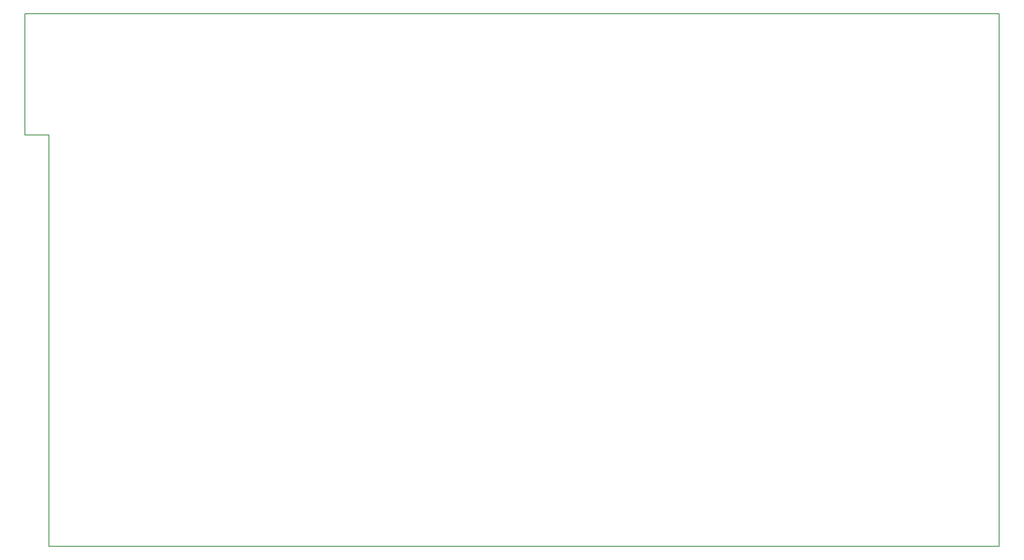
<source format=gm1>
G04 #@! TF.GenerationSoftware,KiCad,Pcbnew,(5.0.2)-1*
G04 #@! TF.CreationDate,2019-03-03T00:18:13+09:00*
G04 #@! TF.ProjectId,pakbd,70616b62-642e-46b6-9963-61645f706362,3*
G04 #@! TF.SameCoordinates,Original*
G04 #@! TF.FileFunction,Profile,NP*
%FSLAX46Y46*%
G04 Gerber Fmt 4.6, Leading zero omitted, Abs format (unit mm)*
G04 Created by KiCad (PCBNEW (5.0.2)-1) date 2019/03/03 0:18:13*
%MOMM*%
%LPD*%
G01*
G04 APERTURE LIST*
%ADD10C,0.150000*%
G04 APERTURE END LIST*
D10*
X194040000Y-44590000D02*
X198810000Y-44590000D01*
X194040000Y-20590000D02*
X194040000Y-44590000D01*
X386280000Y-20590000D02*
X386280000Y-125840000D01*
X198810000Y-44590000D02*
X198810000Y-125840000D01*
X198810000Y-125840000D02*
X386280000Y-125840000D01*
X194040000Y-20590000D02*
X386280000Y-20590000D01*
M02*

</source>
